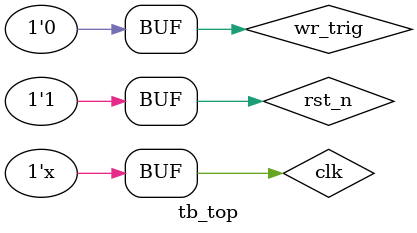
<source format=v>
/************************************************************************
 * Author        : Wen Chunyang
 * Email         : 1494640955@qq.com
 * Create time   : 2018-04-15 15:45
 * Last modified : 2018-04-15 15:45
 * Filename      : tb_top.v
 * Description   : 
 * *********************************************************************/
`timescale		1ns/1ns 

module	tb_top;

//=====================================================================\
// ********** Define Parameter and Internal Signals *************
//=====================================================================/
reg                             clk                             ;       
reg                             rst_n                           ;       
reg                             wr_trig                         ; 

wire  [12: 0]   DRAM_ADDR                                       ;
wire  [ 1: 0]   DRAM_BA                                         ;
wire            DRAM_CAS_N                                      ;
wire            DRAM_CKE                                        ;
wire            DRAM_CLK                                        ;
wire            DRAM_CS_N                                       ;
wire  [15: 0]   DRAM_DQ                                         ;
wire  [ 3: 0]   DRAM_DQM                                        ;
wire            DRAM_RAS_N                                      ;
wire            DRAM_WE_N                                       ;

//======================================================================
// ***************      Main    Code    ****************
//======================================================================
always  #10      clk    =       ~clk;


initial begin
	clk		<=		1'b1;
	rst_n	<=		1'b0;
    wr_trig <=      1'b0;
	#100
	rst_n	<=		1'b1;
    #205000
    wr_trig <=      1'b1;
    #20
    wr_trig <=      1'b0;
end


//例化
sdram_model_plus    sdram_model_plus_inst(
        .Dq                     (DRAM_DQ                ),
        .Addr                   (DRAM_ADDR              ),
        .Ba                     (DRAM_BA                ),
        .Clk                    (DRAM_CLK               ),
        .Cke                    (DRAM_CKE               ),
        .Cs_n                   (DRAM_CS_N              ),
        .Ras_n                  (DRAM_RAS_N             ),
        .Cas_n                  (DRAM_CAS_N             ),
        .We_n                   (DRAM_WE_N              ),
        .Dqm                    (DRAM_DQM               ),
        .Debug                  (1'b1                   )
);

sdram_top   sdram_top_inst(
        .CLOCK_50               (clk                    ),
        .rst_n                  (rst_n                  ),
        //other
        .wr_trig                (wr_trig                ),
        //sdram
        .DRAM_ADDR              (DRAM_ADDR              ),
        .DRAM_BA                (DRAM_BA                ),
        .DRAM_CAS_N             (DRAM_CAS_N             ),
        .DRAM_CKE               (DRAM_CKE               ),
        .DRAM_CLK               (DRAM_CLK               ),
        .DRAM_CS_N              (DRAM_CS_N              ),
        .DRAM_DQ                (DRAM_DQ                ),
        .DRAM_DQM               (DRAM_DQM               ),
        .DRAM_RAS_N             (DRAM_RAS_N             ),
        .DRAM_WE_N              (DRAM_WE_N              )
);

defparam    sdram_model_plus_inst.addr_bits    =       13;
defparam    sdram_model_plus_inst.data_bits    =       16;
defparam    sdram_model_plus_inst.col_bits     =       10;
defparam    sdram_model_plus_inst.mem_sizes    =       2*1024*1024-1;


endmodule

</source>
